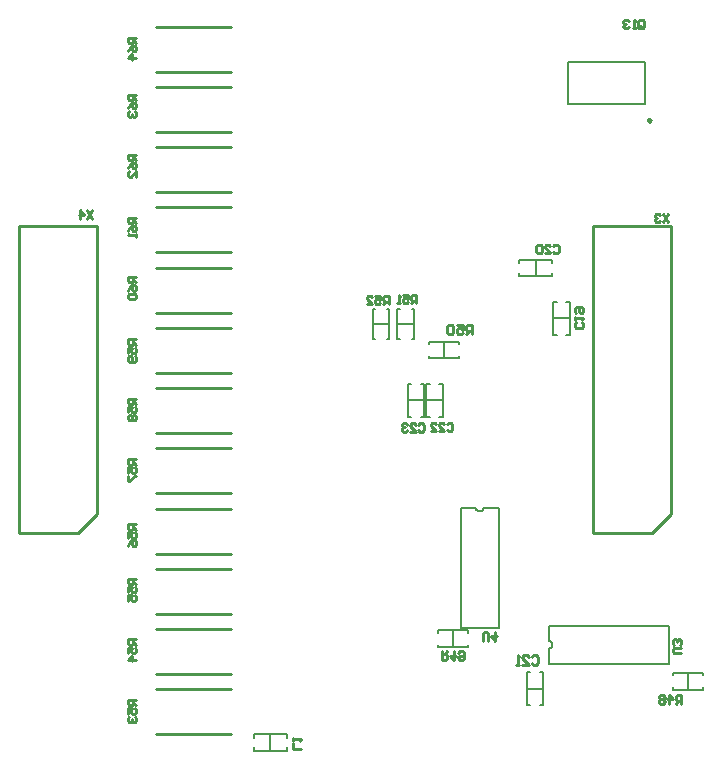
<source format=gbo>
%FSLAX23Y23*%
%MOIN*%
%SFA1B1*%

%IPPOS*%
%ADD10C,0.009840*%
%ADD12C,0.007870*%
%ADD13C,0.005910*%
%ADD15C,0.010000*%
%LNbms-1*%
%LPD*%
G54D10*
X2173Y2144D02*
D01*
X2173Y2145*
X2173Y2145*
X2173Y2145*
X2173Y2146*
X2172Y2146*
X2172Y2146*
X2172Y2146*
X2172Y2147*
X2172Y2147*
X2172Y2147*
X2171Y2148*
X2171Y2148*
X2171Y2148*
X2171Y2148*
X2170Y2148*
X2170Y2149*
X2170Y2149*
X2169Y2149*
X2169Y2149*
X2169Y2149*
X2168Y2149*
X2168Y2149*
X2168*
X2167Y2149*
X2167Y2149*
X2167Y2149*
X2166Y2149*
X2166Y2149*
X2166Y2149*
X2165Y2148*
X2165Y2148*
X2165Y2148*
X2165Y2148*
X2164Y2148*
X2164Y2147*
X2164Y2147*
X2164Y2147*
X2163Y2146*
X2163Y2146*
X2163Y2146*
X2163Y2146*
X2163Y2145*
X2163Y2145*
X2163Y2145*
X2163Y2144*
X2163Y2144*
X2163Y2144*
X2163Y2143*
X2163Y2143*
X2163Y2143*
X2163Y2142*
X2163Y2142*
X2164Y2142*
X2164Y2141*
X2164Y2141*
X2164Y2141*
X2165Y2141*
X2165Y2140*
X2165Y2140*
X2165Y2140*
X2166Y2140*
X2166Y2140*
X2166Y2140*
X2167Y2139*
X2167Y2139*
X2167Y2139*
X2168Y2139*
X2168*
X2168Y2139*
X2169Y2139*
X2169Y2139*
X2169Y2140*
X2170Y2140*
X2170Y2140*
X2170Y2140*
X2171Y2140*
X2171Y2140*
X2171Y2141*
X2171Y2141*
X2172Y2141*
X2172Y2141*
X2172Y2142*
X2172Y2142*
X2172Y2142*
X2172Y2143*
X2173Y2143*
X2173Y2143*
X2173Y2144*
X2173Y2144*
X2173Y2144*
X263Y767D02*
X326Y830D01*
Y1791*
X66D02*
X326D01*
X66Y767D02*
Y1791D01*
Y767D02*
X263D01*
X2177D02*
X2240Y830D01*
Y1791*
X1980D02*
X2240D01*
X1980Y767D02*
Y1791D01*
Y767D02*
X2177D01*
G54D12*
X1833Y383D02*
D01*
X1834Y383*
X1835Y383*
X1835Y383*
X1836Y383*
X1837Y383*
X1838Y384*
X1839Y384*
X1839Y385*
X1840Y385*
X1841Y386*
X1841Y386*
X1842Y387*
X1843Y388*
X1843Y388*
X1844Y389*
X1844Y390*
X1844Y391*
X1845Y391*
X1845Y392*
X1845Y393*
X1845Y394*
X1845Y395*
Y396*
X1845Y397*
X1845Y397*
X1845Y398*
X1845Y399*
X1844Y400*
X1844Y401*
X1844Y401*
X1843Y402*
X1843Y403*
X1842Y404*
X1841Y404*
X1841Y405*
X1840Y405*
X1839Y406*
X1839Y406*
X1838Y407*
X1837Y407*
X1836Y407*
X1835Y407*
X1835Y408*
X1834Y408*
X1833Y408*
X1590Y852D02*
D01*
X1590Y852*
X1591Y851*
X1591Y850*
X1591Y849*
X1591Y848*
X1591Y847*
X1592Y847*
X1592Y846*
X1593Y845*
X1593Y844*
X1594Y844*
X1595Y843*
X1595Y843*
X1596Y842*
X1597Y842*
X1597Y841*
X1598Y841*
X1599Y841*
X1600Y840*
X1601Y840*
X1602Y840*
X1602Y840*
X1603*
X1604Y840*
X1605Y840*
X1606Y840*
X1607Y841*
X1608Y841*
X1608Y841*
X1609Y842*
X1610Y842*
X1611Y843*
X1611Y843*
X1612Y844*
X1612Y844*
X1613Y845*
X1614Y846*
X1614Y847*
X1614Y847*
X1615Y848*
X1615Y849*
X1615Y850*
X1615Y851*
X1615Y852*
X1615Y852*
X2154Y2199D02*
Y2337D01*
X1900Y2199D02*
X2154D01*
X1898D02*
Y2337D01*
X2154*
X1833Y459D02*
X2233D01*
Y332D02*
Y459D01*
X1833Y332D02*
X2233D01*
X1833D02*
Y383D01*
Y408D02*
Y459D01*
X1666Y452D02*
Y852D01*
X1539Y452D02*
X1666D01*
X1539D02*
Y852D01*
X1590*
X1615D02*
X1666D01*
G54D13*
X1759Y193D02*
X1771D01*
X1759D02*
Y304D01*
X1771*
X1803D02*
X1814D01*
Y193D02*
Y304D01*
X1803Y193D02*
X1814D01*
X1759Y249D02*
X1814D01*
X1533Y1350D02*
Y1357D01*
X1433Y1350D02*
X1533D01*
X1433D02*
Y1357D01*
Y1397D02*
Y1405D01*
X1533*
Y1397D02*
Y1405D01*
X1483Y1350D02*
Y1405D01*
X1891Y1539D02*
X1903D01*
Y1429D02*
Y1539D01*
X1891Y1429D02*
X1903D01*
X1848D02*
X1860D01*
X1848D02*
Y1539D01*
X1860*
X1848Y1484D02*
X1903D01*
X2347Y246D02*
Y253D01*
X2247Y246D02*
X2347D01*
X2247D02*
Y253D01*
Y293D02*
Y301D01*
X2347*
Y293D02*
Y301D01*
X2297Y246D02*
Y301D01*
X849Y85D02*
Y97D01*
X959*
Y85D02*
Y97D01*
Y42D02*
Y54D01*
X849Y42D02*
X959D01*
X849D02*
Y54D01*
X904Y42D02*
Y97D01*
X1514Y388D02*
Y443D01*
X1564Y436D02*
Y443D01*
X1464D02*
X1564D01*
X1464Y436D02*
Y443D01*
Y388D02*
Y396D01*
Y388D02*
X1564D01*
Y396*
X1246Y1465D02*
X1301D01*
X1246Y1515D02*
X1253D01*
X1246Y1415D02*
Y1515D01*
Y1415D02*
X1253D01*
X1293D02*
X1301D01*
Y1515*
X1293D02*
X1301D01*
X1328Y1464D02*
X1383D01*
X1376Y1414D02*
X1383D01*
Y1514*
X1376D02*
X1383D01*
X1328D02*
X1336D01*
X1328Y1414D02*
Y1514D01*
Y1414D02*
X1336D01*
X1363Y1156D02*
X1375D01*
X1363D02*
Y1266D01*
X1375*
X1406D02*
X1418D01*
Y1156D02*
Y1266D01*
X1406Y1156D02*
X1418D01*
X1363Y1211D02*
X1418D01*
X1425Y1156D02*
X1437D01*
X1425D02*
Y1266D01*
X1437*
X1468D02*
X1480D01*
Y1156D02*
Y1266D01*
X1468Y1156D02*
X1480D01*
X1425Y1211D02*
X1480D01*
X1734Y1667D02*
Y1679D01*
X1844*
Y1667D02*
Y1679D01*
Y1624D02*
Y1635D01*
X1734Y1624D02*
X1844D01*
X1734D02*
Y1635D01*
X1789Y1624D02*
Y1679D01*
G54D15*
X523Y2455D02*
X773D01*
X523Y2305D02*
X773D01*
X523Y2255D02*
X773D01*
X523Y2105D02*
X773D01*
X523Y2054D02*
X773D01*
X523Y1904D02*
X773D01*
X523Y1853D02*
X773D01*
X523Y1703D02*
X773D01*
X523Y1652D02*
X773D01*
X523Y1502D02*
X773D01*
X523Y1451D02*
X773D01*
X523Y1301D02*
X773D01*
X523Y1251D02*
X773D01*
X523Y1101D02*
X773D01*
X523Y1050D02*
X773D01*
X523Y900D02*
X773D01*
X523Y849D02*
X773D01*
X523Y699D02*
X773D01*
X523Y648D02*
X773D01*
X523Y498D02*
X773D01*
X523Y448D02*
X773D01*
X523Y298D02*
X773D01*
X523Y247D02*
X773D01*
X523Y97D02*
X773D01*
X1776Y355D02*
X1781Y361D01*
X1792*
X1797Y355*
Y334*
X1792Y329*
X1781*
X1776Y334*
X1745Y329D02*
X1766D01*
X1745Y350*
Y355*
X1750Y361*
X1760*
X1766Y355*
X1734Y329D02*
X1724D01*
X1729*
Y361*
X1734Y355*
X1578Y1431D02*
Y1462D01*
X1563*
X1557Y1457*
Y1446*
X1563Y1441*
X1578*
X1568D02*
X1557Y1431D01*
X1526Y1462D02*
X1547D01*
Y1446*
X1536Y1452*
X1531*
X1526Y1446*
Y1436*
X1531Y1431*
X1542*
X1547Y1436*
X1515Y1457D02*
X1510Y1462D01*
X1500*
X1494Y1457*
Y1436*
X1500Y1431*
X1510*
X1515Y1436*
Y1457*
X2132Y2455D02*
Y2473D01*
X2136Y2478*
X2146*
X2150Y2473*
Y2455*
X2146Y2450*
X2136*
X2141Y2459D02*
X2132Y2450D01*
X2136D02*
X2132Y2455D01*
X2123Y2450D02*
X2113D01*
X2118*
Y2478*
X2123Y2473*
X2100D02*
X2095Y2478D01*
X2086*
X2081Y2473*
Y2469*
X2086Y2464*
X2090*
X2086*
X2081Y2459*
Y2455*
X2086Y2450*
X2095*
X2100Y2455*
X312Y1843D02*
X294Y1815D01*
Y1843D02*
X312Y1815D01*
X271D02*
Y1843D01*
X285Y1829*
X267*
X2232Y1831D02*
X2213Y1804D01*
Y1831D02*
X2232Y1804D01*
X2204Y1827D02*
X2200Y1831D01*
X2190*
X2186Y1827*
Y1822*
X2190Y1817*
X2195*
X2190*
X2186Y1813*
Y1808*
X2190Y1804*
X2200*
X2204Y1808*
X1614Y409D02*
Y432D01*
X1618Y437*
X1627*
X1632Y432*
Y409*
X1655Y437D02*
Y409D01*
X1641Y423*
X1660*
X2275Y367D02*
X2252D01*
X2248Y371*
Y380*
X2252Y385*
X2275*
X2270Y394D02*
X2275Y399D01*
Y408*
X2270Y413*
X2266*
X2261Y408*
Y403*
Y408*
X2257Y413*
X2252*
X2248Y408*
Y399*
X2252Y394*
X1477Y373D02*
Y345D01*
X1491*
X1495Y350*
Y359*
X1491Y363*
X1477*
X1486D02*
X1495Y373D01*
X1518D02*
Y345D01*
X1504Y359*
X1523*
X1532Y368D02*
X1537Y373D01*
X1546*
X1550Y368*
Y350*
X1546Y345*
X1537*
X1532Y350*
Y354*
X1537Y359*
X1550*
X2274Y199D02*
Y227D01*
X2260*
X2256Y222*
Y213*
X2260Y208*
X2274*
X2265D02*
X2256Y199D01*
X2233D02*
Y227D01*
X2247Y213*
X2228*
X2219Y222D02*
X2214Y227D01*
X2205*
X2201Y222*
Y218*
X2205Y213*
X2201Y208*
Y204*
X2205Y199*
X2214*
X2219Y204*
Y208*
X2214Y213*
X2219Y218*
Y222*
X2214Y213D02*
X2205D01*
X457Y2419D02*
X430D01*
Y2405*
X434Y2400*
X443*
X448Y2405*
Y2419*
Y2410D02*
X457Y2400D01*
X430Y2373D02*
X434Y2382D01*
X443Y2391*
X453*
X457Y2387*
Y2377*
X453Y2373*
X448*
X443Y2377*
Y2391*
X457Y2350D02*
X430D01*
X443Y2364*
Y2345*
X457Y2229D02*
X430D01*
Y2215*
X434Y2210*
X443*
X448Y2215*
Y2229*
Y2220D02*
X457Y2210D01*
X430Y2183D02*
X434Y2192D01*
X443Y2201*
X453*
X457Y2197*
Y2188*
X453Y2183*
X448*
X443Y2188*
Y2201*
X434Y2174D02*
X430Y2169D01*
Y2160*
X434Y2155*
X439*
X443Y2160*
Y2165*
Y2160*
X448Y2155*
X453*
X457Y2160*
Y2169*
X453Y2174*
X457Y2029D02*
X430D01*
Y2015*
X434Y2011*
X443*
X448Y2015*
Y2029*
Y2020D02*
X457Y2011D01*
X430Y1983D02*
X434Y1992D01*
X443Y2001*
X453*
X457Y1997*
Y1988*
X453Y1983*
X448*
X443Y1988*
Y2001*
X457Y1956D02*
Y1974D01*
X439Y1956*
X434*
X430Y1960*
Y1969*
X434Y1974*
X457Y1819D02*
X430D01*
Y1806*
X434Y1801*
X443*
X448Y1806*
Y1819*
Y1810D02*
X457Y1801D01*
X430Y1773D02*
X434Y1783D01*
X443Y1792*
X453*
X457Y1787*
Y1778*
X453Y1773*
X448*
X443Y1778*
Y1792*
X457Y1764D02*
Y1755D01*
Y1760*
X430*
X434Y1764*
X457Y1622D02*
X430D01*
Y1608*
X434Y1603*
X443*
X448Y1608*
Y1622*
Y1612D02*
X457Y1603D01*
X430Y1576D02*
X434Y1585D01*
X443Y1594*
X453*
X457Y1589*
Y1580*
X453Y1576*
X448*
X443Y1580*
Y1594*
X434Y1566D02*
X430Y1562D01*
Y1553*
X434Y1548*
X453*
X457Y1553*
Y1562*
X453Y1566*
X434*
X457Y1413D02*
X430D01*
Y1399*
X434Y1395*
X443*
X448Y1399*
Y1413*
Y1404D02*
X457Y1395D01*
X430Y1367D02*
Y1385D01*
X443*
X439Y1376*
Y1372*
X443Y1367*
X453*
X457Y1372*
Y1381*
X453Y1385*
Y1358D02*
X457Y1353D01*
Y1344*
X453Y1339*
X434*
X430Y1344*
Y1353*
X434Y1358*
X439*
X443Y1353*
Y1339*
X457Y1216D02*
X430D01*
Y1202*
X434Y1198*
X443*
X448Y1202*
Y1216*
Y1207D02*
X457Y1198D01*
X430Y1170D02*
Y1188D01*
X443*
X439Y1179*
Y1175*
X443Y1170*
X453*
X457Y1175*
Y1184*
X453Y1188*
X434Y1161D02*
X430Y1156D01*
Y1147*
X434Y1143*
X439*
X443Y1147*
X448Y1143*
X453*
X457Y1147*
Y1156*
X453Y1161*
X448*
X443Y1156*
X439Y1161*
X434*
X443Y1156D02*
Y1147D01*
X457Y1014D02*
X430D01*
Y1000*
X434Y996*
X443*
X448Y1000*
Y1014*
Y1005D02*
X457Y996D01*
X430Y968D02*
Y987D01*
X443*
X439Y978*
Y973*
X443Y968*
X453*
X457Y973*
Y982*
X453Y987*
X430Y959D02*
Y941D01*
X434*
X453Y959*
X457*
Y798D02*
X430D01*
Y784*
X434Y779*
X443*
X448Y784*
Y798*
Y789D02*
X457Y779D01*
X430Y752D02*
Y770D01*
X443*
X439Y761*
Y756*
X443Y752*
X453*
X457Y756*
Y766*
X453Y770*
X430Y724D02*
X434Y733D01*
X443Y743*
X453*
X457Y738*
Y729*
X453Y724*
X448*
X443Y729*
Y743*
X457Y616D02*
X430D01*
Y602*
X434Y597*
X443*
X448Y602*
Y616*
Y606D02*
X457Y597D01*
X430Y570D02*
Y588D01*
X443*
X439Y579*
Y574*
X443Y570*
X453*
X457Y574*
Y584*
X453Y588*
X430Y542D02*
Y561D01*
X443*
X439Y551*
Y547*
X443Y542*
X453*
X457Y547*
Y556*
X453Y561*
X457Y414D02*
X430D01*
Y400*
X434Y396*
X443*
X448Y400*
Y414*
Y405D02*
X457Y396D01*
X430Y368D02*
Y386D01*
X443*
X439Y377*
Y373*
X443Y368*
X453*
X457Y373*
Y382*
X453Y386*
X457Y345D02*
X430D01*
X443Y359*
Y340*
X457Y211D02*
X430D01*
Y197*
X434Y193*
X443*
X448Y197*
Y211*
Y202D02*
X457Y193D01*
X430Y165D02*
Y184D01*
X443*
X439Y174*
Y170*
X443Y165*
X453*
X457Y170*
Y179*
X453Y184*
X434Y156D02*
X430Y151D01*
Y142*
X434Y138*
X439*
X443Y142*
Y147*
Y142*
X448Y138*
X453*
X457Y142*
Y151*
X453Y156*
X1300Y1530D02*
Y1558D01*
X1286*
X1281Y1553*
Y1544*
X1286Y1539*
X1300*
X1291D02*
X1281Y1530D01*
X1254Y1558D02*
X1272D01*
Y1544*
X1263Y1548*
X1258*
X1254Y1544*
Y1535*
X1258Y1530*
X1268*
X1272Y1535*
X1226Y1530D02*
X1245D01*
X1226Y1548*
Y1553*
X1231Y1558*
X1240*
X1245Y1553*
X1392Y1533D02*
Y1561D01*
X1378*
X1374Y1556*
Y1547*
X1378Y1542*
X1392*
X1383D02*
X1374Y1533D01*
X1346Y1561D02*
X1365D01*
Y1547*
X1355Y1551*
X1351*
X1346Y1547*
Y1538*
X1351Y1533*
X1360*
X1365Y1538*
X1337Y1533D02*
X1328D01*
X1333*
Y1561*
X1337Y1556*
X1008Y49D02*
X981D01*
Y67*
Y76D02*
Y85D01*
Y81*
X1008*
X1004Y76*
X1847Y1724D02*
X1852Y1729D01*
X1861*
X1866Y1724*
Y1706*
X1861Y1701*
X1852*
X1847Y1706*
X1820Y1701D02*
X1838D01*
X1820Y1720*
Y1724*
X1824Y1729*
X1834*
X1838Y1724*
X1811D02*
X1806Y1729D01*
X1797*
X1792Y1724*
Y1706*
X1797Y1701*
X1806*
X1811Y1706*
Y1724*
X1944Y1470D02*
X1948Y1465D01*
Y1456*
X1944Y1451*
X1925*
X1921Y1456*
Y1465*
X1925Y1470*
X1921Y1479D02*
Y1488D01*
Y1483*
X1948*
X1944Y1479*
X1925Y1502D02*
X1921Y1506D01*
Y1516*
X1925Y1520*
X1944*
X1948Y1516*
Y1506*
X1944Y1502*
X1939*
X1935Y1506*
Y1520*
X1398Y1129D02*
X1403Y1133D01*
X1412*
X1417Y1129*
Y1110*
X1412Y1106*
X1403*
X1398Y1110*
X1371Y1106D02*
X1389D01*
X1371Y1124*
Y1129*
X1376Y1133*
X1385*
X1389Y1129*
X1362D02*
X1357Y1133D01*
X1348*
X1343Y1129*
Y1124*
X1348Y1120*
X1353*
X1348*
X1343Y1115*
Y1110*
X1348Y1106*
X1357*
X1362Y1110*
X1494Y1130D02*
X1499Y1134D01*
X1508*
X1512Y1130*
Y1111*
X1508Y1107*
X1499*
X1494Y1111*
X1466Y1107D02*
X1485D01*
X1466Y1125*
Y1130*
X1471Y1134*
X1480*
X1485Y1130*
X1439Y1107D02*
X1457D01*
X1439Y1125*
Y1130*
X1443Y1134*
X1453*
X1457Y1130*
M02*
</source>
